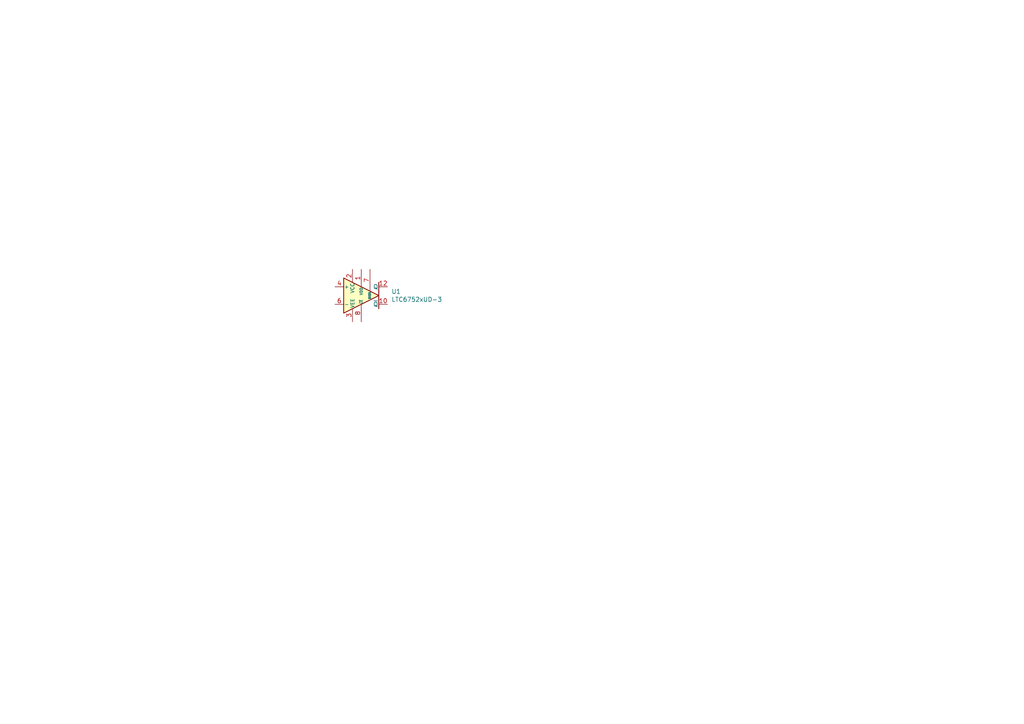
<source format=kicad_sch>
(kicad_sch (version 20230121) (generator eeschema)
  (paper "A4")
  (lib_symbols
    (symbol "Comparator:LTC6752xUD-3" (pin_names (offset 0.127))
      (property "Reference" "U" (at 3.81 -5.08 0))
      (property "Value" "LTC6752xUD-3" (at 3.81 -7.62 0))
      (symbol "LTC6752xUD-3_0_1"
        (polyline (pts (xy 5.08 3.81) (xy 5.08 0) (xy -5.08 5.08) (xy -5.08 -5.08) (xy 5.08 0) (xy 5.08 -3.81)) (stroke (width 0.254)) (fill (type background)))
      )
      (symbol "LTC6752xUD-3_1_1"
        (pin power_in line (at 0 7.62 270) (length 5.08) (name "VDD") (number "1"))
        (pin output line (at 7.62 -2.54 180) (length 2.54) (name "~{Q}") (number "10"))
        (pin no_connect line (at 5.08 0 180) (length 2.54) hide (name "NC") (number "11"))
        (pin output line (at 7.62 2.54 180) (length 2.54) (name "Q") (number "12"))
        (pin passive line (at -2.54 -7.62 90) (length 3.81) hide (name "VEE") (number "13"))
        (pin power_in line (at -2.54 7.62 270) (length 3.81) (name "VCC") (number "2"))
        (pin power_in line (at -2.54 -7.62 90) (length 3.81) (name "VEE") (number "3"))
        (pin input line (at -7.62 2.54 0) (length 2.54) (name "+") (number "4"))
        (pin no_connect line (at -5.08 0 0) (length 2.54) hide (name "NC") (number "5"))
        (pin input line (at -7.62 -2.54 0) (length 2.54) (name "-") (number "6"))
        (pin input line (at 2.54 7.62 270) (length 6.35) (name "~{SHDN}") (number "7"))
        (pin input line (at 0 -7.62 90) (length 5.08) (name "~{LE}") (number "8"))
        (pin passive line (at -2.54 -7.62 90) (length 3.81) hide (name "VEE") (number "9"))
      )
    )
  )
  (symbol (lib_id "Comparator:LTC6752xUD-3") (at 104.775 85.725 0) (unit 1)
    (property "Reference" "U1" (at 113.5126 84.5566 0) (effects (justify left)))
    (property "Value" "LTC6752xUD-3" (at 113.5126 86.868 0) (effects (justify left)))
    (property "Footprint" "Package_DFN_QFN:QFN-12-1EP_3x3mm_P0.5mm_EP1.65x1.65mm" (effects hide))
    (property "Datasheet" "https://www.analog.com/media/en/technical-documentation/data-sheets/6752fc.pdf" (effects hide))
  )
)
</source>
